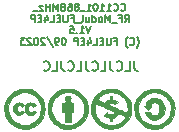
<source format=gbr>
%TF.GenerationSoftware,KiCad,Pcbnew,6.0.11-2627ca5db0~126~ubuntu22.04.1*%
%TF.CreationDate,2023-09-21T13:45:40+02:00*%
%TF.ProjectId,CC1101_868MHz_RF_Modul_FUEL4EP,43433131-3031-45f3-9836-384d487a5f52,1.5*%
%TF.SameCoordinates,Original*%
%TF.FileFunction,Legend,Bot*%
%TF.FilePolarity,Positive*%
%FSLAX46Y46*%
G04 Gerber Fmt 4.6, Leading zero omitted, Abs format (unit mm)*
G04 Created by KiCad (PCBNEW 6.0.11-2627ca5db0~126~ubuntu22.04.1) date 2023-09-21 13:45:40*
%MOMM*%
%LPD*%
G01*
G04 APERTURE LIST*
G04 Aperture macros list*
%AMRoundRect*
0 Rectangle with rounded corners*
0 $1 Rounding radius*
0 $2 $3 $4 $5 $6 $7 $8 $9 X,Y pos of 4 corners*
0 Add a 4 corners polygon primitive as box body*
4,1,4,$2,$3,$4,$5,$6,$7,$8,$9,$2,$3,0*
0 Add four circle primitives for the rounded corners*
1,1,$1+$1,$2,$3*
1,1,$1+$1,$4,$5*
1,1,$1+$1,$6,$7*
1,1,$1+$1,$8,$9*
0 Add four rect primitives between the rounded corners*
20,1,$1+$1,$2,$3,$4,$5,0*
20,1,$1+$1,$4,$5,$6,$7,0*
20,1,$1+$1,$6,$7,$8,$9,0*
20,1,$1+$1,$8,$9,$2,$3,0*%
G04 Aperture macros list end*
%ADD10C,0.150000*%
%ADD11C,0.010000*%
%ADD12RoundRect,0.250000X-0.600000X-0.250000X0.600000X-0.250000X0.600000X0.250000X-0.600000X0.250000X0*%
%ADD13R,1.800000X1.500000*%
%ADD14R,1.700000X1.000000*%
G04 APERTURE END LIST*
D10*
X13195238Y6788095D02*
X13195238Y6216666D01*
X13233333Y6102380D01*
X13309523Y6026190D01*
X13423809Y5988095D01*
X13500000Y5988095D01*
X12433333Y5988095D02*
X12814285Y5988095D01*
X12814285Y6788095D01*
X11709523Y6064285D02*
X11747619Y6026190D01*
X11861904Y5988095D01*
X11938095Y5988095D01*
X12052380Y6026190D01*
X12128571Y6102380D01*
X12166666Y6178571D01*
X12204761Y6330952D01*
X12204761Y6445238D01*
X12166666Y6597619D01*
X12128571Y6673809D01*
X12052380Y6750000D01*
X11938095Y6788095D01*
X11861904Y6788095D01*
X11747619Y6750000D01*
X11709523Y6711904D01*
X11138095Y6788095D02*
X11138095Y6216666D01*
X11176190Y6102380D01*
X11252380Y6026190D01*
X11366666Y5988095D01*
X11442857Y5988095D01*
X10376190Y5988095D02*
X10757142Y5988095D01*
X10757142Y6788095D01*
X9652380Y6064285D02*
X9690476Y6026190D01*
X9804761Y5988095D01*
X9880952Y5988095D01*
X9995238Y6026190D01*
X10071428Y6102380D01*
X10109523Y6178571D01*
X10147619Y6330952D01*
X10147619Y6445238D01*
X10109523Y6597619D01*
X10071428Y6673809D01*
X9995238Y6750000D01*
X9880952Y6788095D01*
X9804761Y6788095D01*
X9690476Y6750000D01*
X9652380Y6711904D01*
X9080952Y6788095D02*
X9080952Y6216666D01*
X9119047Y6102380D01*
X9195238Y6026190D01*
X9309523Y5988095D01*
X9385714Y5988095D01*
X8319047Y5988095D02*
X8700000Y5988095D01*
X8700000Y6788095D01*
X7595238Y6064285D02*
X7633333Y6026190D01*
X7747619Y5988095D01*
X7823809Y5988095D01*
X7938095Y6026190D01*
X8014285Y6102380D01*
X8052380Y6178571D01*
X8090476Y6330952D01*
X8090476Y6445238D01*
X8052380Y6597619D01*
X8014285Y6673809D01*
X7938095Y6750000D01*
X7823809Y6788095D01*
X7747619Y6788095D01*
X7633333Y6750000D01*
X7595238Y6711904D01*
X7023809Y6788095D02*
X7023809Y6216666D01*
X7061904Y6102380D01*
X7138095Y6026190D01*
X7252380Y5988095D01*
X7328571Y5988095D01*
X6261904Y5988095D02*
X6642857Y5988095D01*
X6642857Y6788095D01*
X5538095Y6064285D02*
X5576190Y6026190D01*
X5690476Y5988095D01*
X5766666Y5988095D01*
X5880952Y6026190D01*
X5957142Y6102380D01*
X5995238Y6178571D01*
X6033333Y6330952D01*
X6033333Y6445238D01*
X5995238Y6597619D01*
X5957142Y6673809D01*
X5880952Y6750000D01*
X5766666Y6788095D01*
X5690476Y6788095D01*
X5576190Y6750000D01*
X5538095Y6711904D01*
X12071428Y11134714D02*
X12100000Y11106142D01*
X12185714Y11077571D01*
X12242857Y11077571D01*
X12328571Y11106142D01*
X12385714Y11163285D01*
X12414285Y11220428D01*
X12442857Y11334714D01*
X12442857Y11420428D01*
X12414285Y11534714D01*
X12385714Y11591857D01*
X12328571Y11649000D01*
X12242857Y11677571D01*
X12185714Y11677571D01*
X12100000Y11649000D01*
X12071428Y11620428D01*
X11471428Y11134714D02*
X11500000Y11106142D01*
X11585714Y11077571D01*
X11642857Y11077571D01*
X11728571Y11106142D01*
X11785714Y11163285D01*
X11814285Y11220428D01*
X11842857Y11334714D01*
X11842857Y11420428D01*
X11814285Y11534714D01*
X11785714Y11591857D01*
X11728571Y11649000D01*
X11642857Y11677571D01*
X11585714Y11677571D01*
X11500000Y11649000D01*
X11471428Y11620428D01*
X10900000Y11077571D02*
X11242857Y11077571D01*
X11071428Y11077571D02*
X11071428Y11677571D01*
X11128571Y11591857D01*
X11185714Y11534714D01*
X11242857Y11506142D01*
X10328571Y11077571D02*
X10671428Y11077571D01*
X10500000Y11077571D02*
X10500000Y11677571D01*
X10557142Y11591857D01*
X10614285Y11534714D01*
X10671428Y11506142D01*
X9957142Y11677571D02*
X9900000Y11677571D01*
X9842857Y11649000D01*
X9814285Y11620428D01*
X9785714Y11563285D01*
X9757142Y11449000D01*
X9757142Y11306142D01*
X9785714Y11191857D01*
X9814285Y11134714D01*
X9842857Y11106142D01*
X9900000Y11077571D01*
X9957142Y11077571D01*
X10014285Y11106142D01*
X10042857Y11134714D01*
X10071428Y11191857D01*
X10100000Y11306142D01*
X10100000Y11449000D01*
X10071428Y11563285D01*
X10042857Y11620428D01*
X10014285Y11649000D01*
X9957142Y11677571D01*
X9185714Y11077571D02*
X9528571Y11077571D01*
X9357142Y11077571D02*
X9357142Y11677571D01*
X9414285Y11591857D01*
X9471428Y11534714D01*
X9528571Y11506142D01*
X9071428Y11020428D02*
X8614285Y11020428D01*
X8385714Y11420428D02*
X8442857Y11449000D01*
X8471428Y11477571D01*
X8500000Y11534714D01*
X8500000Y11563285D01*
X8471428Y11620428D01*
X8442857Y11649000D01*
X8385714Y11677571D01*
X8271428Y11677571D01*
X8214285Y11649000D01*
X8185714Y11620428D01*
X8157142Y11563285D01*
X8157142Y11534714D01*
X8185714Y11477571D01*
X8214285Y11449000D01*
X8271428Y11420428D01*
X8385714Y11420428D01*
X8442857Y11391857D01*
X8471428Y11363285D01*
X8500000Y11306142D01*
X8500000Y11191857D01*
X8471428Y11134714D01*
X8442857Y11106142D01*
X8385714Y11077571D01*
X8271428Y11077571D01*
X8214285Y11106142D01*
X8185714Y11134714D01*
X8157142Y11191857D01*
X8157142Y11306142D01*
X8185714Y11363285D01*
X8214285Y11391857D01*
X8271428Y11420428D01*
X7642857Y11677571D02*
X7757142Y11677571D01*
X7814285Y11649000D01*
X7842857Y11620428D01*
X7900000Y11534714D01*
X7928571Y11420428D01*
X7928571Y11191857D01*
X7900000Y11134714D01*
X7871428Y11106142D01*
X7814285Y11077571D01*
X7700000Y11077571D01*
X7642857Y11106142D01*
X7614285Y11134714D01*
X7585714Y11191857D01*
X7585714Y11334714D01*
X7614285Y11391857D01*
X7642857Y11420428D01*
X7700000Y11449000D01*
X7814285Y11449000D01*
X7871428Y11420428D01*
X7900000Y11391857D01*
X7928571Y11334714D01*
X7242857Y11420428D02*
X7300000Y11449000D01*
X7328571Y11477571D01*
X7357142Y11534714D01*
X7357142Y11563285D01*
X7328571Y11620428D01*
X7300000Y11649000D01*
X7242857Y11677571D01*
X7128571Y11677571D01*
X7071428Y11649000D01*
X7042857Y11620428D01*
X7014285Y11563285D01*
X7014285Y11534714D01*
X7042857Y11477571D01*
X7071428Y11449000D01*
X7128571Y11420428D01*
X7242857Y11420428D01*
X7300000Y11391857D01*
X7328571Y11363285D01*
X7357142Y11306142D01*
X7357142Y11191857D01*
X7328571Y11134714D01*
X7300000Y11106142D01*
X7242857Y11077571D01*
X7128571Y11077571D01*
X7071428Y11106142D01*
X7042857Y11134714D01*
X7014285Y11191857D01*
X7014285Y11306142D01*
X7042857Y11363285D01*
X7071428Y11391857D01*
X7128571Y11420428D01*
X6757142Y11077571D02*
X6757142Y11677571D01*
X6557142Y11249000D01*
X6357142Y11677571D01*
X6357142Y11077571D01*
X6071428Y11077571D02*
X6071428Y11677571D01*
X6071428Y11391857D02*
X5728571Y11391857D01*
X5728571Y11077571D02*
X5728571Y11677571D01*
X5500000Y11477571D02*
X5185714Y11477571D01*
X5500000Y11077571D01*
X5185714Y11077571D01*
X5100000Y11020428D02*
X4642857Y11020428D01*
X12385714Y10111571D02*
X12585714Y10397285D01*
X12728571Y10111571D02*
X12728571Y10711571D01*
X12500000Y10711571D01*
X12442857Y10683000D01*
X12414285Y10654428D01*
X12385714Y10597285D01*
X12385714Y10511571D01*
X12414285Y10454428D01*
X12442857Y10425857D01*
X12500000Y10397285D01*
X12728571Y10397285D01*
X11928571Y10425857D02*
X12128571Y10425857D01*
X12128571Y10111571D02*
X12128571Y10711571D01*
X11842857Y10711571D01*
X11757142Y10054428D02*
X11300000Y10054428D01*
X11157142Y10111571D02*
X11157142Y10711571D01*
X10957142Y10283000D01*
X10757142Y10711571D01*
X10757142Y10111571D01*
X10385714Y10111571D02*
X10442857Y10140142D01*
X10471428Y10168714D01*
X10500000Y10225857D01*
X10500000Y10397285D01*
X10471428Y10454428D01*
X10442857Y10483000D01*
X10385714Y10511571D01*
X10300000Y10511571D01*
X10242857Y10483000D01*
X10214285Y10454428D01*
X10185714Y10397285D01*
X10185714Y10225857D01*
X10214285Y10168714D01*
X10242857Y10140142D01*
X10300000Y10111571D01*
X10385714Y10111571D01*
X9671428Y10111571D02*
X9671428Y10711571D01*
X9671428Y10140142D02*
X9728571Y10111571D01*
X9842857Y10111571D01*
X9900000Y10140142D01*
X9928571Y10168714D01*
X9957142Y10225857D01*
X9957142Y10397285D01*
X9928571Y10454428D01*
X9900000Y10483000D01*
X9842857Y10511571D01*
X9728571Y10511571D01*
X9671428Y10483000D01*
X9128571Y10511571D02*
X9128571Y10111571D01*
X9385714Y10511571D02*
X9385714Y10197285D01*
X9357142Y10140142D01*
X9300000Y10111571D01*
X9214285Y10111571D01*
X9157142Y10140142D01*
X9128571Y10168714D01*
X8757142Y10111571D02*
X8814285Y10140142D01*
X8842857Y10197285D01*
X8842857Y10711571D01*
X8671428Y10054428D02*
X8214285Y10054428D01*
X7871428Y10425857D02*
X8071428Y10425857D01*
X8071428Y10111571D02*
X8071428Y10711571D01*
X7785714Y10711571D01*
X7557142Y10711571D02*
X7557142Y10225857D01*
X7528571Y10168714D01*
X7500000Y10140142D01*
X7442857Y10111571D01*
X7328571Y10111571D01*
X7271428Y10140142D01*
X7242857Y10168714D01*
X7214285Y10225857D01*
X7214285Y10711571D01*
X6928571Y10425857D02*
X6728571Y10425857D01*
X6642857Y10111571D02*
X6928571Y10111571D01*
X6928571Y10711571D01*
X6642857Y10711571D01*
X6100000Y10111571D02*
X6385714Y10111571D01*
X6385714Y10711571D01*
X5642857Y10511571D02*
X5642857Y10111571D01*
X5785714Y10740142D02*
X5928571Y10311571D01*
X5557142Y10311571D01*
X5328571Y10425857D02*
X5128571Y10425857D01*
X5042857Y10111571D02*
X5328571Y10111571D01*
X5328571Y10711571D01*
X5042857Y10711571D01*
X4785714Y10111571D02*
X4785714Y10711571D01*
X4557142Y10711571D01*
X4500000Y10683000D01*
X4471428Y10654428D01*
X4442857Y10597285D01*
X4442857Y10511571D01*
X4471428Y10454428D01*
X4500000Y10425857D01*
X4557142Y10397285D01*
X4785714Y10397285D01*
X9514285Y9745571D02*
X9314285Y9145571D01*
X9114285Y9745571D01*
X8600000Y9145571D02*
X8942857Y9145571D01*
X8771428Y9145571D02*
X8771428Y9745571D01*
X8828571Y9659857D01*
X8885714Y9602714D01*
X8942857Y9574142D01*
X8342857Y9202714D02*
X8314285Y9174142D01*
X8342857Y9145571D01*
X8371428Y9174142D01*
X8342857Y9202714D01*
X8342857Y9145571D01*
X7771428Y9745571D02*
X8057142Y9745571D01*
X8085714Y9459857D01*
X8057142Y9488428D01*
X8000000Y9517000D01*
X7857142Y9517000D01*
X7800000Y9488428D01*
X7771428Y9459857D01*
X7742857Y9402714D01*
X7742857Y9259857D01*
X7771428Y9202714D01*
X7800000Y9174142D01*
X7857142Y9145571D01*
X8000000Y9145571D01*
X8057142Y9174142D01*
X8085714Y9202714D01*
X13414285Y7951000D02*
X13442857Y7979571D01*
X13500000Y8065285D01*
X13528571Y8122428D01*
X13557142Y8208142D01*
X13585714Y8351000D01*
X13585714Y8465285D01*
X13557142Y8608142D01*
X13528571Y8693857D01*
X13500000Y8751000D01*
X13442857Y8836714D01*
X13414285Y8865285D01*
X12842857Y8236714D02*
X12871428Y8208142D01*
X12957142Y8179571D01*
X13014285Y8179571D01*
X13100000Y8208142D01*
X13157142Y8265285D01*
X13185714Y8322428D01*
X13214285Y8436714D01*
X13214285Y8522428D01*
X13185714Y8636714D01*
X13157142Y8693857D01*
X13100000Y8751000D01*
X13014285Y8779571D01*
X12957142Y8779571D01*
X12871428Y8751000D01*
X12842857Y8722428D01*
X12642857Y7951000D02*
X12614285Y7979571D01*
X12557142Y8065285D01*
X12528571Y8122428D01*
X12500000Y8208142D01*
X12471428Y8351000D01*
X12471428Y8465285D01*
X12500000Y8608142D01*
X12528571Y8693857D01*
X12557142Y8751000D01*
X12614285Y8836714D01*
X12642857Y8865285D01*
X11528571Y8493857D02*
X11728571Y8493857D01*
X11728571Y8179571D02*
X11728571Y8779571D01*
X11442857Y8779571D01*
X11214285Y8779571D02*
X11214285Y8293857D01*
X11185714Y8236714D01*
X11157142Y8208142D01*
X11100000Y8179571D01*
X10985714Y8179571D01*
X10928571Y8208142D01*
X10900000Y8236714D01*
X10871428Y8293857D01*
X10871428Y8779571D01*
X10585714Y8493857D02*
X10385714Y8493857D01*
X10300000Y8179571D02*
X10585714Y8179571D01*
X10585714Y8779571D01*
X10300000Y8779571D01*
X9757142Y8179571D02*
X10042857Y8179571D01*
X10042857Y8779571D01*
X9300000Y8579571D02*
X9300000Y8179571D01*
X9442857Y8808142D02*
X9585714Y8379571D01*
X9214285Y8379571D01*
X8985714Y8493857D02*
X8785714Y8493857D01*
X8700000Y8179571D02*
X8985714Y8179571D01*
X8985714Y8779571D01*
X8700000Y8779571D01*
X8442857Y8179571D02*
X8442857Y8779571D01*
X8214285Y8779571D01*
X8157142Y8751000D01*
X8128571Y8722428D01*
X8100000Y8665285D01*
X8100000Y8579571D01*
X8128571Y8522428D01*
X8157142Y8493857D01*
X8214285Y8465285D01*
X8442857Y8465285D01*
X7271428Y8779571D02*
X7214285Y8779571D01*
X7157142Y8751000D01*
X7128571Y8722428D01*
X7100000Y8665285D01*
X7071428Y8551000D01*
X7071428Y8408142D01*
X7100000Y8293857D01*
X7128571Y8236714D01*
X7157142Y8208142D01*
X7214285Y8179571D01*
X7271428Y8179571D01*
X7328571Y8208142D01*
X7357142Y8236714D01*
X7385714Y8293857D01*
X7414285Y8408142D01*
X7414285Y8551000D01*
X7385714Y8665285D01*
X7357142Y8722428D01*
X7328571Y8751000D01*
X7271428Y8779571D01*
X6785714Y8179571D02*
X6671428Y8179571D01*
X6614285Y8208142D01*
X6585714Y8236714D01*
X6528571Y8322428D01*
X6500000Y8436714D01*
X6500000Y8665285D01*
X6528571Y8722428D01*
X6557142Y8751000D01*
X6614285Y8779571D01*
X6728571Y8779571D01*
X6785714Y8751000D01*
X6814285Y8722428D01*
X6842857Y8665285D01*
X6842857Y8522428D01*
X6814285Y8465285D01*
X6785714Y8436714D01*
X6728571Y8408142D01*
X6614285Y8408142D01*
X6557142Y8436714D01*
X6528571Y8465285D01*
X6500000Y8522428D01*
X5814285Y8808142D02*
X6328571Y8036714D01*
X5642857Y8722428D02*
X5614285Y8751000D01*
X5557142Y8779571D01*
X5414285Y8779571D01*
X5357142Y8751000D01*
X5328571Y8722428D01*
X5300000Y8665285D01*
X5300000Y8608142D01*
X5328571Y8522428D01*
X5671428Y8179571D01*
X5300000Y8179571D01*
X4928571Y8779571D02*
X4871428Y8779571D01*
X4814285Y8751000D01*
X4785714Y8722428D01*
X4757142Y8665285D01*
X4728571Y8551000D01*
X4728571Y8408142D01*
X4757142Y8293857D01*
X4785714Y8236714D01*
X4814285Y8208142D01*
X4871428Y8179571D01*
X4928571Y8179571D01*
X4985714Y8208142D01*
X5014285Y8236714D01*
X5042857Y8293857D01*
X5071428Y8408142D01*
X5071428Y8551000D01*
X5042857Y8665285D01*
X5014285Y8722428D01*
X4985714Y8751000D01*
X4928571Y8779571D01*
X4500000Y8722428D02*
X4471428Y8751000D01*
X4414285Y8779571D01*
X4271428Y8779571D01*
X4214285Y8751000D01*
X4185714Y8722428D01*
X4157142Y8665285D01*
X4157142Y8608142D01*
X4185714Y8522428D01*
X4528571Y8179571D01*
X4157142Y8179571D01*
X3957142Y8779571D02*
X3585714Y8779571D01*
X3785714Y8551000D01*
X3700000Y8551000D01*
X3642857Y8522428D01*
X3614285Y8493857D01*
X3585714Y8436714D01*
X3585714Y8293857D01*
X3614285Y8236714D01*
X3642857Y8208142D01*
X3700000Y8179571D01*
X3871428Y8179571D01*
X3928571Y8208142D01*
X3957142Y8236714D01*
%TO.C,LOGO1*%
G36*
X15029663Y3663092D02*
G01*
X15154036Y3643657D01*
X15206844Y3629608D01*
X15356363Y3564394D01*
X15487457Y3469837D01*
X15597517Y3349252D01*
X15683937Y3205952D01*
X15744109Y3043251D01*
X15769997Y2913868D01*
X15780633Y2719343D01*
X15759671Y2536444D01*
X15707830Y2368125D01*
X15625827Y2217342D01*
X15588782Y2167576D01*
X15465105Y2041853D01*
X15321981Y1945560D01*
X15162940Y1880039D01*
X14991512Y1846635D01*
X14811228Y1846693D01*
X14761715Y1852588D01*
X14608463Y1892246D01*
X14470160Y1962836D01*
X14350761Y2060706D01*
X14254223Y2182208D01*
X14184504Y2323692D01*
X14159080Y2408464D01*
X14136558Y2503714D01*
X14564406Y2503714D01*
X14584431Y2424190D01*
X14619372Y2347830D01*
X14678267Y2279382D01*
X14749973Y2230450D01*
X14782225Y2218227D01*
X14827607Y2210676D01*
X14892601Y2205768D01*
X14942430Y2204663D01*
X15051061Y2219055D01*
X15141656Y2263015D01*
X15217732Y2338712D01*
X15256714Y2398228D01*
X15304243Y2508121D01*
X15332892Y2632595D01*
X15343233Y2764090D01*
X15335837Y2895048D01*
X15311276Y3017909D01*
X15270121Y3125115D01*
X15212946Y3209105D01*
X15193987Y3227571D01*
X15104483Y3283204D01*
X14998325Y3312149D01*
X14884370Y3313526D01*
X14771472Y3286452D01*
X14739462Y3272806D01*
X14678718Y3229252D01*
X14625647Y3165815D01*
X14590726Y3096371D01*
X14583680Y3066521D01*
X14586127Y3032198D01*
X14612096Y3015725D01*
X14628231Y3012092D01*
X14647984Y3007251D01*
X14656418Y2998984D01*
X14650666Y2982932D01*
X14627859Y2954738D01*
X14585131Y2910041D01*
X14519614Y2844484D01*
X14514838Y2839735D01*
X14351000Y2676828D01*
X14187120Y2839735D01*
X14023239Y3002643D01*
X14082798Y3011714D01*
X14121150Y3021831D01*
X14144464Y3044297D01*
X14162522Y3089733D01*
X14166339Y3102429D01*
X14229988Y3269308D01*
X14314613Y3406870D01*
X14420946Y3515910D01*
X14549719Y3597223D01*
X14661314Y3640445D01*
X14769321Y3661763D01*
X14896764Y3669219D01*
X15029663Y3663092D01*
G37*
D11*
X15029663Y3663092D02*
X15154036Y3643657D01*
X15206844Y3629608D01*
X15356363Y3564394D01*
X15487457Y3469837D01*
X15597517Y3349252D01*
X15683937Y3205952D01*
X15744109Y3043251D01*
X15769997Y2913868D01*
X15780633Y2719343D01*
X15759671Y2536444D01*
X15707830Y2368125D01*
X15625827Y2217342D01*
X15588782Y2167576D01*
X15465105Y2041853D01*
X15321981Y1945560D01*
X15162940Y1880039D01*
X14991512Y1846635D01*
X14811228Y1846693D01*
X14761715Y1852588D01*
X14608463Y1892246D01*
X14470160Y1962836D01*
X14350761Y2060706D01*
X14254223Y2182208D01*
X14184504Y2323692D01*
X14159080Y2408464D01*
X14136558Y2503714D01*
X14564406Y2503714D01*
X14584431Y2424190D01*
X14619372Y2347830D01*
X14678267Y2279382D01*
X14749973Y2230450D01*
X14782225Y2218227D01*
X14827607Y2210676D01*
X14892601Y2205768D01*
X14942430Y2204663D01*
X15051061Y2219055D01*
X15141656Y2263015D01*
X15217732Y2338712D01*
X15256714Y2398228D01*
X15304243Y2508121D01*
X15332892Y2632595D01*
X15343233Y2764090D01*
X15335837Y2895048D01*
X15311276Y3017909D01*
X15270121Y3125115D01*
X15212946Y3209105D01*
X15193987Y3227571D01*
X15104483Y3283204D01*
X14998325Y3312149D01*
X14884370Y3313526D01*
X14771472Y3286452D01*
X14739462Y3272806D01*
X14678718Y3229252D01*
X14625647Y3165815D01*
X14590726Y3096371D01*
X14583680Y3066521D01*
X14586127Y3032198D01*
X14612096Y3015725D01*
X14628231Y3012092D01*
X14647984Y3007251D01*
X14656418Y2998984D01*
X14650666Y2982932D01*
X14627859Y2954738D01*
X14585131Y2910041D01*
X14519614Y2844484D01*
X14514838Y2839735D01*
X14351000Y2676828D01*
X14187120Y2839735D01*
X14023239Y3002643D01*
X14082798Y3011714D01*
X14121150Y3021831D01*
X14144464Y3044297D01*
X14162522Y3089733D01*
X14166339Y3102429D01*
X14229988Y3269308D01*
X14314613Y3406870D01*
X14420946Y3515910D01*
X14549719Y3597223D01*
X14661314Y3640445D01*
X14769321Y3661763D01*
X14896764Y3669219D01*
X15029663Y3663092D01*
G36*
X4472862Y3299796D02*
G01*
X4579450Y3285246D01*
X4671076Y3257993D01*
X4704331Y3241651D01*
X4758885Y3203823D01*
X4809012Y3159166D01*
X4847919Y3115093D01*
X4868816Y3079019D01*
X4868835Y3062063D01*
X4848869Y3046659D01*
X4805999Y3021330D01*
X4756642Y2995230D01*
X4653643Y2943271D01*
X4620224Y2987653D01*
X4580186Y3026366D01*
X4528664Y3059727D01*
X4525603Y3061221D01*
X4450501Y3078630D01*
X4374906Y3065287D01*
X4310134Y3024532D01*
X4281735Y2989244D01*
X4245796Y2901439D01*
X4232409Y2801448D01*
X4240706Y2700068D01*
X4269818Y2608098D01*
X4318075Y2537133D01*
X4356600Y2505031D01*
X4398032Y2489719D01*
X4458267Y2485587D01*
X4464140Y2485571D01*
X4523973Y2488436D01*
X4564487Y2501752D01*
X4602494Y2532600D01*
X4620934Y2551618D01*
X4683224Y2617665D01*
X4773946Y2575174D01*
X4825810Y2549104D01*
X4862732Y2527235D01*
X4873817Y2517876D01*
X4870219Y2492211D01*
X4843568Y2452745D01*
X4800547Y2406472D01*
X4747839Y2360384D01*
X4692128Y2321476D01*
X4678874Y2313886D01*
X4573954Y2273822D01*
X4453212Y2254762D01*
X4331270Y2257967D01*
X4245428Y2276507D01*
X4135460Y2330716D01*
X4044355Y2415070D01*
X3979622Y2516751D01*
X3953730Y2575083D01*
X3938455Y2628024D01*
X3931166Y2689197D01*
X3929228Y2772224D01*
X3929224Y2777466D01*
X3930745Y2860199D01*
X3937148Y2920179D01*
X3951194Y2970873D01*
X3975646Y3025753D01*
X3983193Y3040699D01*
X4053604Y3144781D01*
X4144132Y3226217D01*
X4247677Y3278924D01*
X4268870Y3285360D01*
X4364830Y3300286D01*
X4472862Y3299796D01*
G37*
X4472862Y3299796D02*
X4579450Y3285246D01*
X4671076Y3257993D01*
X4704331Y3241651D01*
X4758885Y3203823D01*
X4809012Y3159166D01*
X4847919Y3115093D01*
X4868816Y3079019D01*
X4868835Y3062063D01*
X4848869Y3046659D01*
X4805999Y3021330D01*
X4756642Y2995230D01*
X4653643Y2943271D01*
X4620224Y2987653D01*
X4580186Y3026366D01*
X4528664Y3059727D01*
X4525603Y3061221D01*
X4450501Y3078630D01*
X4374906Y3065287D01*
X4310134Y3024532D01*
X4281735Y2989244D01*
X4245796Y2901439D01*
X4232409Y2801448D01*
X4240706Y2700068D01*
X4269818Y2608098D01*
X4318075Y2537133D01*
X4356600Y2505031D01*
X4398032Y2489719D01*
X4458267Y2485587D01*
X4464140Y2485571D01*
X4523973Y2488436D01*
X4564487Y2501752D01*
X4602494Y2532600D01*
X4620934Y2551618D01*
X4683224Y2617665D01*
X4773946Y2575174D01*
X4825810Y2549104D01*
X4862732Y2527235D01*
X4873817Y2517876D01*
X4870219Y2492211D01*
X4843568Y2452745D01*
X4800547Y2406472D01*
X4747839Y2360384D01*
X4692128Y2321476D01*
X4678874Y2313886D01*
X4573954Y2273822D01*
X4453212Y2254762D01*
X4331270Y2257967D01*
X4245428Y2276507D01*
X4135460Y2330716D01*
X4044355Y2415070D01*
X3979622Y2516751D01*
X3953730Y2575083D01*
X3938455Y2628024D01*
X3931166Y2689197D01*
X3929228Y2772224D01*
X3929224Y2777466D01*
X3930745Y2860199D01*
X3937148Y2920179D01*
X3951194Y2970873D01*
X3975646Y3025753D01*
X3983193Y3040699D01*
X4053604Y3144781D01*
X4144132Y3226217D01*
X4247677Y3278924D01*
X4268870Y3285360D01*
X4364830Y3300286D01*
X4472862Y3299796D01*
G36*
X2247524Y3158741D02*
G01*
X2317141Y3384721D01*
X2327648Y3410857D01*
X2437284Y3631412D01*
X2575148Y3833041D01*
X2738087Y4012727D01*
X2922946Y4167451D01*
X3126573Y4294196D01*
X3345813Y4389945D01*
X3353695Y4392686D01*
X3547384Y4443898D01*
X3758157Y4472229D01*
X3975387Y4477539D01*
X4188452Y4459688D01*
X4386725Y4418538D01*
X4425947Y4406777D01*
X4649600Y4317512D01*
X4858349Y4198256D01*
X5048466Y4052324D01*
X5216224Y3883031D01*
X5357896Y3693692D01*
X5469755Y3487624D01*
X5476569Y3472206D01*
X5553890Y3252242D01*
X5600461Y3022325D01*
X5616699Y2787644D01*
X5603018Y2553389D01*
X5559832Y2324749D01*
X5487558Y2106914D01*
X5386610Y1905073D01*
X5346158Y1841500D01*
X5198482Y1653501D01*
X5026962Y1488952D01*
X4835515Y1349484D01*
X4628059Y1236727D01*
X4408508Y1152313D01*
X4180781Y1097872D01*
X3948793Y1075037D01*
X3716461Y1085437D01*
X3583214Y1107316D01*
X3336817Y1176686D01*
X3109250Y1277029D01*
X2901147Y1407929D01*
X2713147Y1568970D01*
X2545887Y1759736D01*
X2510217Y1808053D01*
X2388062Y2009493D01*
X2296556Y2226552D01*
X2236224Y2454617D01*
X2207591Y2689077D01*
X2209359Y2805407D01*
X2515428Y2805407D01*
X2527262Y2597462D01*
X2571908Y2392201D01*
X2649584Y2192871D01*
X2760504Y2002720D01*
X2818075Y1925090D01*
X2964697Y1768391D01*
X3136365Y1633558D01*
X3326330Y1524972D01*
X3527840Y1447019D01*
X3574143Y1434133D01*
X3718770Y1408028D01*
X3881004Y1397299D01*
X4046053Y1401936D01*
X4199124Y1421927D01*
X4255419Y1434671D01*
X4408551Y1486542D01*
X4567941Y1561164D01*
X4719515Y1651235D01*
X4829193Y1732403D01*
X4982816Y1882736D01*
X5108176Y2053302D01*
X5204275Y2240389D01*
X5270110Y2440284D01*
X5304683Y2649274D01*
X5306992Y2863647D01*
X5276039Y3079689D01*
X5233254Y3232252D01*
X5160027Y3406176D01*
X5061761Y3566571D01*
X4933733Y3720713D01*
X4881849Y3773714D01*
X4713604Y3917003D01*
X4532645Y4027195D01*
X4336463Y4105404D01*
X4122551Y4152743D01*
X3997553Y4165946D01*
X3774060Y4163882D01*
X3558847Y4127056D01*
X3354546Y4056450D01*
X3163792Y3953049D01*
X2989218Y3817834D01*
X2940894Y3771712D01*
X2791903Y3599066D01*
X2674645Y3412865D01*
X2589336Y3216356D01*
X2536191Y3012788D01*
X2515428Y2805407D01*
X2209359Y2805407D01*
X2211183Y2925323D01*
X2247524Y3158741D01*
G37*
X2247524Y3158741D02*
X2317141Y3384721D01*
X2327648Y3410857D01*
X2437284Y3631412D01*
X2575148Y3833041D01*
X2738087Y4012727D01*
X2922946Y4167451D01*
X3126573Y4294196D01*
X3345813Y4389945D01*
X3353695Y4392686D01*
X3547384Y4443898D01*
X3758157Y4472229D01*
X3975387Y4477539D01*
X4188452Y4459688D01*
X4386725Y4418538D01*
X4425947Y4406777D01*
X4649600Y4317512D01*
X4858349Y4198256D01*
X5048466Y4052324D01*
X5216224Y3883031D01*
X5357896Y3693692D01*
X5469755Y3487624D01*
X5476569Y3472206D01*
X5553890Y3252242D01*
X5600461Y3022325D01*
X5616699Y2787644D01*
X5603018Y2553389D01*
X5559832Y2324749D01*
X5487558Y2106914D01*
X5386610Y1905073D01*
X5346158Y1841500D01*
X5198482Y1653501D01*
X5026962Y1488952D01*
X4835515Y1349484D01*
X4628059Y1236727D01*
X4408508Y1152313D01*
X4180781Y1097872D01*
X3948793Y1075037D01*
X3716461Y1085437D01*
X3583214Y1107316D01*
X3336817Y1176686D01*
X3109250Y1277029D01*
X2901147Y1407929D01*
X2713147Y1568970D01*
X2545887Y1759736D01*
X2510217Y1808053D01*
X2388062Y2009493D01*
X2296556Y2226552D01*
X2236224Y2454617D01*
X2207591Y2689077D01*
X2209359Y2805407D01*
X2515428Y2805407D01*
X2527262Y2597462D01*
X2571908Y2392201D01*
X2649584Y2192871D01*
X2760504Y2002720D01*
X2818075Y1925090D01*
X2964697Y1768391D01*
X3136365Y1633558D01*
X3326330Y1524972D01*
X3527840Y1447019D01*
X3574143Y1434133D01*
X3718770Y1408028D01*
X3881004Y1397299D01*
X4046053Y1401936D01*
X4199124Y1421927D01*
X4255419Y1434671D01*
X4408551Y1486542D01*
X4567941Y1561164D01*
X4719515Y1651235D01*
X4829193Y1732403D01*
X4982816Y1882736D01*
X5108176Y2053302D01*
X5204275Y2240389D01*
X5270110Y2440284D01*
X5304683Y2649274D01*
X5306992Y2863647D01*
X5276039Y3079689D01*
X5233254Y3232252D01*
X5160027Y3406176D01*
X5061761Y3566571D01*
X4933733Y3720713D01*
X4881849Y3773714D01*
X4713604Y3917003D01*
X4532645Y4027195D01*
X4336463Y4105404D01*
X4122551Y4152743D01*
X3997553Y4165946D01*
X3774060Y4163882D01*
X3558847Y4127056D01*
X3354546Y4056450D01*
X3163792Y3953049D01*
X2989218Y3817834D01*
X2940894Y3771712D01*
X2791903Y3599066D01*
X2674645Y3412865D01*
X2589336Y3216356D01*
X2536191Y3012788D01*
X2515428Y2805407D01*
X2209359Y2805407D01*
X2211183Y2925323D01*
X2247524Y3158741D01*
G36*
X3554047Y3294439D02*
G01*
X3640554Y3276839D01*
X3648969Y3274035D01*
X3697465Y3249967D01*
X3753169Y3212203D01*
X3807592Y3167943D01*
X3852249Y3124390D01*
X3878652Y3088746D01*
X3882356Y3075973D01*
X3867480Y3058326D01*
X3828699Y3030276D01*
X3774748Y2998088D01*
X3667355Y2939104D01*
X3628909Y2993097D01*
X3569165Y3048083D01*
X3494000Y3074239D01*
X3413219Y3068820D01*
X3388717Y3060361D01*
X3325912Y3022314D01*
X3284199Y2966277D01*
X3259940Y2885943D01*
X3252280Y2823835D01*
X3252892Y2707833D01*
X3276393Y2616918D01*
X3323999Y2547074D01*
X3340889Y2531522D01*
X3406378Y2495892D01*
X3481087Y2484639D01*
X3554416Y2496462D01*
X3615766Y2530058D01*
X3647787Y2569218D01*
X3669276Y2599328D01*
X3696113Y2609635D01*
X3735882Y2599758D01*
X3796167Y2569314D01*
X3810896Y2560985D01*
X3901220Y2509398D01*
X3826186Y2424155D01*
X3739029Y2341157D01*
X3646586Y2288772D01*
X3538438Y2262043D01*
X3474357Y2256712D01*
X3401195Y2255966D01*
X3334956Y2259335D01*
X3292928Y2265501D01*
X3179771Y2312982D01*
X3081817Y2389314D01*
X3006283Y2487954D01*
X2975312Y2553548D01*
X2945620Y2676074D01*
X2939947Y2810497D01*
X2958252Y2941547D01*
X2976445Y3001195D01*
X3024103Y3090042D01*
X3094069Y3172680D01*
X3176395Y3239362D01*
X3261133Y3280341D01*
X3261436Y3280432D01*
X3348149Y3296506D01*
X3451132Y3301085D01*
X3554047Y3294439D01*
G37*
X3554047Y3294439D02*
X3640554Y3276839D01*
X3648969Y3274035D01*
X3697465Y3249967D01*
X3753169Y3212203D01*
X3807592Y3167943D01*
X3852249Y3124390D01*
X3878652Y3088746D01*
X3882356Y3075973D01*
X3867480Y3058326D01*
X3828699Y3030276D01*
X3774748Y2998088D01*
X3667355Y2939104D01*
X3628909Y2993097D01*
X3569165Y3048083D01*
X3494000Y3074239D01*
X3413219Y3068820D01*
X3388717Y3060361D01*
X3325912Y3022314D01*
X3284199Y2966277D01*
X3259940Y2885943D01*
X3252280Y2823835D01*
X3252892Y2707833D01*
X3276393Y2616918D01*
X3323999Y2547074D01*
X3340889Y2531522D01*
X3406378Y2495892D01*
X3481087Y2484639D01*
X3554416Y2496462D01*
X3615766Y2530058D01*
X3647787Y2569218D01*
X3669276Y2599328D01*
X3696113Y2609635D01*
X3735882Y2599758D01*
X3796167Y2569314D01*
X3810896Y2560985D01*
X3901220Y2509398D01*
X3826186Y2424155D01*
X3739029Y2341157D01*
X3646586Y2288772D01*
X3538438Y2262043D01*
X3474357Y2256712D01*
X3401195Y2255966D01*
X3334956Y2259335D01*
X3292928Y2265501D01*
X3179771Y2312982D01*
X3081817Y2389314D01*
X3006283Y2487954D01*
X2975312Y2553548D01*
X2945620Y2676074D01*
X2939947Y2810497D01*
X2958252Y2941547D01*
X2976445Y3001195D01*
X3024103Y3090042D01*
X3094069Y3172680D01*
X3176395Y3239362D01*
X3261133Y3280341D01*
X3261436Y3280432D01*
X3348149Y3296506D01*
X3451132Y3301085D01*
X3554047Y3294439D01*
G36*
X5888964Y3039120D02*
G01*
X5904011Y3139158D01*
X5970124Y3365279D01*
X6068819Y3580611D01*
X6197072Y3781354D01*
X6351858Y3963705D01*
X6530153Y4123863D01*
X6728931Y4258024D01*
X6841022Y4317035D01*
X7058621Y4401745D01*
X7288258Y4455415D01*
X7524486Y4478202D01*
X7761857Y4470260D01*
X7994921Y4431746D01*
X8218231Y4362814D01*
X8411167Y4272224D01*
X8618262Y4136441D01*
X8801630Y3975093D01*
X8959030Y3791087D01*
X9088226Y3587329D01*
X9186976Y3366727D01*
X9238088Y3198610D01*
X9263319Y3058319D01*
X9277147Y2896480D01*
X9279565Y2725790D01*
X9270568Y2558943D01*
X9250151Y2408638D01*
X9238485Y2354775D01*
X9167129Y2131480D01*
X9067260Y1927700D01*
X8936477Y1739295D01*
X8787220Y1576400D01*
X8591796Y1409694D01*
X8382216Y1276074D01*
X8156543Y1174458D01*
X7960278Y1114783D01*
X7859423Y1096798D01*
X7735220Y1084765D01*
X7600166Y1079003D01*
X7466759Y1079830D01*
X7347495Y1087564D01*
X7278315Y1097412D01*
X7046869Y1156672D01*
X6835246Y1242934D01*
X6638791Y1358751D01*
X6452853Y1506679D01*
X6347956Y1608236D01*
X6189714Y1792494D01*
X6065130Y1985078D01*
X5971803Y2190259D01*
X5915269Y2377711D01*
X5896083Y2487273D01*
X5883683Y2620119D01*
X5878246Y2764325D01*
X5878329Y2771393D01*
X6186833Y2771393D01*
X6193785Y2615345D01*
X6214872Y2474571D01*
X6220759Y2449587D01*
X6290796Y2245107D01*
X6393177Y2052270D01*
X6524546Y1876233D01*
X6681544Y1722154D01*
X6708754Y1699934D01*
X6820294Y1616202D01*
X6921413Y1552836D01*
X7025187Y1502558D01*
X7141068Y1459301D01*
X7345010Y1409027D01*
X7559315Y1389880D01*
X7775231Y1402145D01*
X7937357Y1433249D01*
X8126539Y1499204D01*
X8308961Y1596344D01*
X8478741Y1719829D01*
X8629997Y1864816D01*
X8756847Y2026464D01*
X8844063Y2179597D01*
X8897638Y2304046D01*
X8934418Y2419441D01*
X8956965Y2537930D01*
X8967841Y2671658D01*
X8969875Y2775857D01*
X8966507Y2920899D01*
X8953754Y3042906D01*
X8928699Y3154547D01*
X8888428Y3268491D01*
X8830025Y3397408D01*
X8824040Y3409647D01*
X8783667Y3487833D01*
X8744559Y3552067D01*
X8699552Y3611893D01*
X8641483Y3676857D01*
X8565346Y3754361D01*
X8471358Y3844032D01*
X8390310Y3912049D01*
X8313057Y3965551D01*
X8245750Y4003794D01*
X8037782Y4092860D01*
X7821369Y4148014D01*
X7600566Y4168956D01*
X7379423Y4155389D01*
X7161993Y4107013D01*
X7104655Y4088018D01*
X6921441Y4004550D01*
X6748247Y3890050D01*
X6589817Y3749386D01*
X6450898Y3587426D01*
X6336236Y3409039D01*
X6250576Y3219093D01*
X6246585Y3207789D01*
X6213653Y3079953D01*
X6193596Y2930375D01*
X6186833Y2771393D01*
X5878329Y2771393D01*
X5879948Y2907967D01*
X5888964Y3039120D01*
G37*
X5888964Y3039120D02*
X5904011Y3139158D01*
X5970124Y3365279D01*
X6068819Y3580611D01*
X6197072Y3781354D01*
X6351858Y3963705D01*
X6530153Y4123863D01*
X6728931Y4258024D01*
X6841022Y4317035D01*
X7058621Y4401745D01*
X7288258Y4455415D01*
X7524486Y4478202D01*
X7761857Y4470260D01*
X7994921Y4431746D01*
X8218231Y4362814D01*
X8411167Y4272224D01*
X8618262Y4136441D01*
X8801630Y3975093D01*
X8959030Y3791087D01*
X9088226Y3587329D01*
X9186976Y3366727D01*
X9238088Y3198610D01*
X9263319Y3058319D01*
X9277147Y2896480D01*
X9279565Y2725790D01*
X9270568Y2558943D01*
X9250151Y2408638D01*
X9238485Y2354775D01*
X9167129Y2131480D01*
X9067260Y1927700D01*
X8936477Y1739295D01*
X8787220Y1576400D01*
X8591796Y1409694D01*
X8382216Y1276074D01*
X8156543Y1174458D01*
X7960278Y1114783D01*
X7859423Y1096798D01*
X7735220Y1084765D01*
X7600166Y1079003D01*
X7466759Y1079830D01*
X7347495Y1087564D01*
X7278315Y1097412D01*
X7046869Y1156672D01*
X6835246Y1242934D01*
X6638791Y1358751D01*
X6452853Y1506679D01*
X6347956Y1608236D01*
X6189714Y1792494D01*
X6065130Y1985078D01*
X5971803Y2190259D01*
X5915269Y2377711D01*
X5896083Y2487273D01*
X5883683Y2620119D01*
X5878246Y2764325D01*
X5878329Y2771393D01*
X6186833Y2771393D01*
X6193785Y2615345D01*
X6214872Y2474571D01*
X6220759Y2449587D01*
X6290796Y2245107D01*
X6393177Y2052270D01*
X6524546Y1876233D01*
X6681544Y1722154D01*
X6708754Y1699934D01*
X6820294Y1616202D01*
X6921413Y1552836D01*
X7025187Y1502558D01*
X7141068Y1459301D01*
X7345010Y1409027D01*
X7559315Y1389880D01*
X7775231Y1402145D01*
X7937357Y1433249D01*
X8126539Y1499204D01*
X8308961Y1596344D01*
X8478741Y1719829D01*
X8629997Y1864816D01*
X8756847Y2026464D01*
X8844063Y2179597D01*
X8897638Y2304046D01*
X8934418Y2419441D01*
X8956965Y2537930D01*
X8967841Y2671658D01*
X8969875Y2775857D01*
X8966507Y2920899D01*
X8953754Y3042906D01*
X8928699Y3154547D01*
X8888428Y3268491D01*
X8830025Y3397408D01*
X8824040Y3409647D01*
X8783667Y3487833D01*
X8744559Y3552067D01*
X8699552Y3611893D01*
X8641483Y3676857D01*
X8565346Y3754361D01*
X8471358Y3844032D01*
X8390310Y3912049D01*
X8313057Y3965551D01*
X8245750Y4003794D01*
X8037782Y4092860D01*
X7821369Y4148014D01*
X7600566Y4168956D01*
X7379423Y4155389D01*
X7161993Y4107013D01*
X7104655Y4088018D01*
X6921441Y4004550D01*
X6748247Y3890050D01*
X6589817Y3749386D01*
X6450898Y3587426D01*
X6336236Y3409039D01*
X6250576Y3219093D01*
X6246585Y3207789D01*
X6213653Y3079953D01*
X6193596Y2930375D01*
X6186833Y2771393D01*
X5878329Y2771393D01*
X5879948Y2907967D01*
X5888964Y3039120D01*
G36*
X7713225Y3301665D02*
G01*
X7815439Y3300458D01*
X7890533Y3298075D01*
X7943089Y3294211D01*
X7977685Y3288563D01*
X7998904Y3280826D01*
X8008775Y3273490D01*
X8018627Y3258706D01*
X8025980Y3233600D01*
X8031174Y3193396D01*
X8034551Y3133319D01*
X8036453Y3048593D01*
X8037220Y2934441D01*
X8037285Y2874347D01*
X8037285Y2503714D01*
X7837714Y2503714D01*
X7837714Y1669143D01*
X7311571Y1669143D01*
X7311571Y2503714D01*
X7112000Y2503714D01*
X7112000Y2872831D01*
X7112259Y2998694D01*
X7113312Y3093273D01*
X7115577Y3161566D01*
X7119467Y3208571D01*
X7125398Y3239289D01*
X7133787Y3258717D01*
X7145048Y3271856D01*
X7145178Y3271974D01*
X7160241Y3281929D01*
X7183646Y3289451D01*
X7220110Y3294868D01*
X7274348Y3298505D01*
X7351079Y3300688D01*
X7455017Y3301744D01*
X7579311Y3302000D01*
X7713225Y3301665D01*
G37*
X7713225Y3301665D02*
X7815439Y3300458D01*
X7890533Y3298075D01*
X7943089Y3294211D01*
X7977685Y3288563D01*
X7998904Y3280826D01*
X8008775Y3273490D01*
X8018627Y3258706D01*
X8025980Y3233600D01*
X8031174Y3193396D01*
X8034551Y3133319D01*
X8036453Y3048593D01*
X8037220Y2934441D01*
X8037285Y2874347D01*
X8037285Y2503714D01*
X7837714Y2503714D01*
X7837714Y1669143D01*
X7311571Y1669143D01*
X7311571Y2503714D01*
X7112000Y2503714D01*
X7112000Y2872831D01*
X7112259Y2998694D01*
X7113312Y3093273D01*
X7115577Y3161566D01*
X7119467Y3208571D01*
X7125398Y3239289D01*
X7133787Y3258717D01*
X7145048Y3271856D01*
X7145178Y3271974D01*
X7160241Y3281929D01*
X7183646Y3289451D01*
X7220110Y3294868D01*
X7274348Y3298505D01*
X7351079Y3300688D01*
X7455017Y3301744D01*
X7579311Y3302000D01*
X7713225Y3301665D01*
G36*
X9548016Y2852632D02*
G01*
X9568045Y3082086D01*
X9611987Y3288986D01*
X9682269Y3480021D01*
X9719729Y3548798D01*
X10087630Y3548798D01*
X10103166Y3532069D01*
X10143722Y3507385D01*
X10200544Y3480068D01*
X10201022Y3479861D01*
X10264491Y3452202D01*
X10349129Y3415009D01*
X10442976Y3373548D01*
X10518374Y3340080D01*
X10722534Y3249224D01*
X10759260Y3321213D01*
X10824479Y3409262D01*
X10920788Y3479016D01*
X11047796Y3530222D01*
X11107964Y3545645D01*
X11134079Y3553245D01*
X11148997Y3567300D01*
X11155850Y3596453D01*
X11157769Y3649343D01*
X11157857Y3683346D01*
X11157857Y3810000D01*
X11357428Y3810000D01*
X11357428Y3557644D01*
X11425464Y3546492D01*
X11508114Y3527338D01*
X11596444Y3497976D01*
X11677314Y3463466D01*
X11737584Y3428867D01*
X11744385Y3423703D01*
X11794383Y3383643D01*
X11575621Y3167537D01*
X11489696Y3209283D01*
X11397013Y3243818D01*
X11304475Y3259989D01*
X11218922Y3258512D01*
X11147195Y3240104D01*
X11096134Y3205481D01*
X11074560Y3165796D01*
X11070920Y3124936D01*
X11078450Y3102027D01*
X11098220Y3091221D01*
X11147075Y3067733D01*
X11220903Y3033390D01*
X11315596Y2990024D01*
X11427046Y2939462D01*
X11551142Y2883536D01*
X11683775Y2824073D01*
X11820837Y2762904D01*
X11958218Y2701858D01*
X12091809Y2642764D01*
X12217501Y2587453D01*
X12331184Y2537752D01*
X12428750Y2495492D01*
X12506089Y2462502D01*
X12559091Y2440612D01*
X12583649Y2431651D01*
X12584492Y2431531D01*
X12602742Y2446817D01*
X12615829Y2481036D01*
X12638011Y2643265D01*
X12640527Y2821907D01*
X12624174Y3003412D01*
X12589753Y3174230D01*
X12571303Y3235931D01*
X12496341Y3408798D01*
X12390572Y3576210D01*
X12259473Y3732372D01*
X12108522Y3871488D01*
X11943195Y3987762D01*
X11783748Y4069307D01*
X11581792Y4135028D01*
X11370543Y4168100D01*
X11155563Y4168978D01*
X10942415Y4138119D01*
X10736661Y4075978D01*
X10543866Y3983011D01*
X10514601Y3965312D01*
X10458957Y3926024D01*
X10392994Y3872380D01*
X10322194Y3809730D01*
X10252044Y3743424D01*
X10188028Y3678813D01*
X10135631Y3621246D01*
X10100338Y3576075D01*
X10087630Y3548798D01*
X9719729Y3548798D01*
X9781319Y3661877D01*
X9903043Y3830698D01*
X10049739Y3991408D01*
X10216283Y4135616D01*
X10395318Y4258061D01*
X10579489Y4353483D01*
X10695846Y4397681D01*
X10925949Y4454064D01*
X11163329Y4478590D01*
X11402497Y4471952D01*
X11637964Y4434843D01*
X11864241Y4367957D01*
X12075838Y4271988D01*
X12179126Y4210245D01*
X12378099Y4059197D01*
X12550477Y3884769D01*
X12694565Y3689326D01*
X12808670Y3475233D01*
X12891097Y3244855D01*
X12902902Y3199983D01*
X12928828Y3056819D01*
X12942851Y2892346D01*
X12944966Y2719358D01*
X12935170Y2550650D01*
X12913455Y2399016D01*
X12903228Y2353104D01*
X12833023Y2132986D01*
X12735718Y1932850D01*
X12608384Y1747698D01*
X12448096Y1572532D01*
X12443444Y1568048D01*
X12277178Y1422851D01*
X12109865Y1307749D01*
X11932883Y1217351D01*
X11802276Y1167124D01*
X11573011Y1106474D01*
X11335941Y1076744D01*
X11099738Y1078621D01*
X10940143Y1099000D01*
X10714831Y1157619D01*
X10498807Y1248450D01*
X10295824Y1368226D01*
X10109631Y1513679D01*
X9943980Y1681542D01*
X9802622Y1868547D01*
X9689308Y2071426D01*
X9619183Y2249714D01*
X9585458Y2364890D01*
X9562760Y2470670D01*
X9549773Y2578195D01*
X9545183Y2698610D01*
X9546609Y2781347D01*
X9851886Y2781347D01*
X9860432Y2604972D01*
X9887328Y2448589D01*
X9935478Y2299357D01*
X9986379Y2186214D01*
X10103747Y1987895D01*
X10245631Y1816255D01*
X10412726Y1670601D01*
X10605726Y1550239D01*
X10642985Y1531346D01*
X10754604Y1480081D01*
X10854625Y1443556D01*
X10953093Y1419810D01*
X11060052Y1406885D01*
X11185548Y1402818D01*
X11293928Y1404299D01*
X11409783Y1408538D01*
X11498421Y1415127D01*
X11568889Y1425206D01*
X11630236Y1439913D01*
X11665465Y1451103D01*
X11830452Y1515957D01*
X11973614Y1592399D01*
X12106674Y1687738D01*
X12241352Y1809283D01*
X12244005Y1811895D01*
X12322337Y1893332D01*
X12385461Y1967332D01*
X12430432Y2029785D01*
X12454307Y2076579D01*
X12454142Y2103604D01*
X12453431Y2104381D01*
X12432710Y2116268D01*
X12385457Y2139456D01*
X12318282Y2170988D01*
X12237792Y2207903D01*
X12150595Y2247242D01*
X12063300Y2286045D01*
X11982516Y2321354D01*
X11914849Y2350208D01*
X11866909Y2369648D01*
X11845347Y2376714D01*
X11831463Y2361469D01*
X11814458Y2324274D01*
X11812700Y2319365D01*
X11759869Y2220762D01*
X11677408Y2135383D01*
X11570931Y2067825D01*
X11452208Y2024225D01*
X11366500Y2002306D01*
X11364376Y1876546D01*
X11362253Y1750786D01*
X11166928Y1750786D01*
X11156358Y2009340D01*
X11049666Y2021411D01*
X10954675Y2042560D01*
X10849910Y2082186D01*
X10751461Y2133317D01*
X10687366Y2178403D01*
X10643231Y2215539D01*
X10763851Y2336159D01*
X10884471Y2456778D01*
X10926140Y2417633D01*
X10997844Y2367180D01*
X11086433Y2329738D01*
X11182297Y2306921D01*
X11275826Y2300343D01*
X11357408Y2311618D01*
X11410083Y2336371D01*
X11439772Y2364939D01*
X11453706Y2401233D01*
X11457214Y2459263D01*
X11457214Y2460280D01*
X11455109Y2514870D01*
X11444140Y2546487D01*
X11417323Y2568395D01*
X11393714Y2580898D01*
X11342855Y2605354D01*
X11267545Y2640095D01*
X11171873Y2683346D01*
X11059926Y2733330D01*
X10935793Y2788272D01*
X10803560Y2846397D01*
X10667315Y2905929D01*
X10531145Y2965093D01*
X10399140Y3022113D01*
X10275385Y3075213D01*
X10163969Y3122618D01*
X10068980Y3162552D01*
X9994505Y3193240D01*
X9944631Y3212906D01*
X9923446Y3219775D01*
X9923079Y3219700D01*
X9907594Y3193671D01*
X9891846Y3139314D01*
X9877123Y3064558D01*
X9864712Y2977325D01*
X9855899Y2885544D01*
X9851974Y2797139D01*
X9851886Y2781347D01*
X9546609Y2781347D01*
X9547673Y2843056D01*
X9548016Y2852632D01*
G37*
X9548016Y2852632D02*
X9568045Y3082086D01*
X9611987Y3288986D01*
X9682269Y3480021D01*
X9719729Y3548798D01*
X10087630Y3548798D01*
X10103166Y3532069D01*
X10143722Y3507385D01*
X10200544Y3480068D01*
X10201022Y3479861D01*
X10264491Y3452202D01*
X10349129Y3415009D01*
X10442976Y3373548D01*
X10518374Y3340080D01*
X10722534Y3249224D01*
X10759260Y3321213D01*
X10824479Y3409262D01*
X10920788Y3479016D01*
X11047796Y3530222D01*
X11107964Y3545645D01*
X11134079Y3553245D01*
X11148997Y3567300D01*
X11155850Y3596453D01*
X11157769Y3649343D01*
X11157857Y3683346D01*
X11157857Y3810000D01*
X11357428Y3810000D01*
X11357428Y3557644D01*
X11425464Y3546492D01*
X11508114Y3527338D01*
X11596444Y3497976D01*
X11677314Y3463466D01*
X11737584Y3428867D01*
X11744385Y3423703D01*
X11794383Y3383643D01*
X11575621Y3167537D01*
X11489696Y3209283D01*
X11397013Y3243818D01*
X11304475Y3259989D01*
X11218922Y3258512D01*
X11147195Y3240104D01*
X11096134Y3205481D01*
X11074560Y3165796D01*
X11070920Y3124936D01*
X11078450Y3102027D01*
X11098220Y3091221D01*
X11147075Y3067733D01*
X11220903Y3033390D01*
X11315596Y2990024D01*
X11427046Y2939462D01*
X11551142Y2883536D01*
X11683775Y2824073D01*
X11820837Y2762904D01*
X11958218Y2701858D01*
X12091809Y2642764D01*
X12217501Y2587453D01*
X12331184Y2537752D01*
X12428750Y2495492D01*
X12506089Y2462502D01*
X12559091Y2440612D01*
X12583649Y2431651D01*
X12584492Y2431531D01*
X12602742Y2446817D01*
X12615829Y2481036D01*
X12638011Y2643265D01*
X12640527Y2821907D01*
X12624174Y3003412D01*
X12589753Y3174230D01*
X12571303Y3235931D01*
X12496341Y3408798D01*
X12390572Y3576210D01*
X12259473Y3732372D01*
X12108522Y3871488D01*
X11943195Y3987762D01*
X11783748Y4069307D01*
X11581792Y4135028D01*
X11370543Y4168100D01*
X11155563Y4168978D01*
X10942415Y4138119D01*
X10736661Y4075978D01*
X10543866Y3983011D01*
X10514601Y3965312D01*
X10458957Y3926024D01*
X10392994Y3872380D01*
X10322194Y3809730D01*
X10252044Y3743424D01*
X10188028Y3678813D01*
X10135631Y3621246D01*
X10100338Y3576075D01*
X10087630Y3548798D01*
X9719729Y3548798D01*
X9781319Y3661877D01*
X9903043Y3830698D01*
X10049739Y3991408D01*
X10216283Y4135616D01*
X10395318Y4258061D01*
X10579489Y4353483D01*
X10695846Y4397681D01*
X10925949Y4454064D01*
X11163329Y4478590D01*
X11402497Y4471952D01*
X11637964Y4434843D01*
X11864241Y4367957D01*
X12075838Y4271988D01*
X12179126Y4210245D01*
X12378099Y4059197D01*
X12550477Y3884769D01*
X12694565Y3689326D01*
X12808670Y3475233D01*
X12891097Y3244855D01*
X12902902Y3199983D01*
X12928828Y3056819D01*
X12942851Y2892346D01*
X12944966Y2719358D01*
X12935170Y2550650D01*
X12913455Y2399016D01*
X12903228Y2353104D01*
X12833023Y2132986D01*
X12735718Y1932850D01*
X12608384Y1747698D01*
X12448096Y1572532D01*
X12443444Y1568048D01*
X12277178Y1422851D01*
X12109865Y1307749D01*
X11932883Y1217351D01*
X11802276Y1167124D01*
X11573011Y1106474D01*
X11335941Y1076744D01*
X11099738Y1078621D01*
X10940143Y1099000D01*
X10714831Y1157619D01*
X10498807Y1248450D01*
X10295824Y1368226D01*
X10109631Y1513679D01*
X9943980Y1681542D01*
X9802622Y1868547D01*
X9689308Y2071426D01*
X9619183Y2249714D01*
X9585458Y2364890D01*
X9562760Y2470670D01*
X9549773Y2578195D01*
X9545183Y2698610D01*
X9546609Y2781347D01*
X9851886Y2781347D01*
X9860432Y2604972D01*
X9887328Y2448589D01*
X9935478Y2299357D01*
X9986379Y2186214D01*
X10103747Y1987895D01*
X10245631Y1816255D01*
X10412726Y1670601D01*
X10605726Y1550239D01*
X10642985Y1531346D01*
X10754604Y1480081D01*
X10854625Y1443556D01*
X10953093Y1419810D01*
X11060052Y1406885D01*
X11185548Y1402818D01*
X11293928Y1404299D01*
X11409783Y1408538D01*
X11498421Y1415127D01*
X11568889Y1425206D01*
X11630236Y1439913D01*
X11665465Y1451103D01*
X11830452Y1515957D01*
X11973614Y1592399D01*
X12106674Y1687738D01*
X12241352Y1809283D01*
X12244005Y1811895D01*
X12322337Y1893332D01*
X12385461Y1967332D01*
X12430432Y2029785D01*
X12454307Y2076579D01*
X12454142Y2103604D01*
X12453431Y2104381D01*
X12432710Y2116268D01*
X12385457Y2139456D01*
X12318282Y2170988D01*
X12237792Y2207903D01*
X12150595Y2247242D01*
X12063300Y2286045D01*
X11982516Y2321354D01*
X11914849Y2350208D01*
X11866909Y2369648D01*
X11845347Y2376714D01*
X11831463Y2361469D01*
X11814458Y2324274D01*
X11812700Y2319365D01*
X11759869Y2220762D01*
X11677408Y2135383D01*
X11570931Y2067825D01*
X11452208Y2024225D01*
X11366500Y2002306D01*
X11364376Y1876546D01*
X11362253Y1750786D01*
X11166928Y1750786D01*
X11156358Y2009340D01*
X11049666Y2021411D01*
X10954675Y2042560D01*
X10849910Y2082186D01*
X10751461Y2133317D01*
X10687366Y2178403D01*
X10643231Y2215539D01*
X10763851Y2336159D01*
X10884471Y2456778D01*
X10926140Y2417633D01*
X10997844Y2367180D01*
X11086433Y2329738D01*
X11182297Y2306921D01*
X11275826Y2300343D01*
X11357408Y2311618D01*
X11410083Y2336371D01*
X11439772Y2364939D01*
X11453706Y2401233D01*
X11457214Y2459263D01*
X11457214Y2460280D01*
X11455109Y2514870D01*
X11444140Y2546487D01*
X11417323Y2568395D01*
X11393714Y2580898D01*
X11342855Y2605354D01*
X11267545Y2640095D01*
X11171873Y2683346D01*
X11059926Y2733330D01*
X10935793Y2788272D01*
X10803560Y2846397D01*
X10667315Y2905929D01*
X10531145Y2965093D01*
X10399140Y3022113D01*
X10275385Y3075213D01*
X10163969Y3122618D01*
X10068980Y3162552D01*
X9994505Y3193240D01*
X9944631Y3212906D01*
X9923446Y3219775D01*
X9923079Y3219700D01*
X9907594Y3193671D01*
X9891846Y3139314D01*
X9877123Y3064558D01*
X9864712Y2977325D01*
X9855899Y2885544D01*
X9851974Y2797139D01*
X9851886Y2781347D01*
X9546609Y2781347D01*
X9547673Y2843056D01*
X9548016Y2852632D01*
G36*
X13266255Y3242631D02*
G01*
X13341430Y3454866D01*
X13449396Y3657645D01*
X13580697Y3841804D01*
X13747783Y4022665D01*
X13935058Y4174734D01*
X14139512Y4297119D01*
X14358129Y4388925D01*
X14587899Y4449259D01*
X14825807Y4477227D01*
X15068842Y4471935D01*
X15313989Y4432490D01*
X15448643Y4395909D01*
X15667262Y4308938D01*
X15872607Y4189684D01*
X16061296Y4040777D01*
X16229945Y3864844D01*
X16360883Y3686993D01*
X16469921Y3485595D01*
X16548769Y3268874D01*
X16597461Y3041583D01*
X16616029Y2808479D01*
X16604508Y2574318D01*
X16562931Y2343856D01*
X16491330Y2121847D01*
X16389740Y1913049D01*
X16347976Y1845302D01*
X16209165Y1664432D01*
X16042386Y1500691D01*
X15853571Y1358275D01*
X15648655Y1241385D01*
X15433573Y1154218D01*
X15328782Y1124247D01*
X15161154Y1093422D01*
X14979777Y1078276D01*
X14798261Y1079121D01*
X14630217Y1096267D01*
X14573340Y1106988D01*
X14339487Y1172789D01*
X14127088Y1264978D01*
X13931181Y1386356D01*
X13746806Y1539722D01*
X13668165Y1617946D01*
X13509735Y1808322D01*
X13384368Y2013569D01*
X13292291Y2233121D01*
X13233730Y2466411D01*
X13208911Y2712870D01*
X13208000Y2771760D01*
X13208835Y2786047D01*
X13519254Y2786047D01*
X13522758Y2647146D01*
X13536720Y2523329D01*
X13542659Y2492645D01*
X13604645Y2289350D01*
X13697913Y2098645D01*
X13818897Y1923800D01*
X13964033Y1768082D01*
X14129755Y1634759D01*
X14312498Y1527100D01*
X14508698Y1448374D01*
X14714789Y1401847D01*
X14735499Y1399128D01*
X14893350Y1390321D01*
X15062778Y1398781D01*
X15224203Y1423249D01*
X15267071Y1433249D01*
X15454878Y1498601D01*
X15637622Y1595018D01*
X15808435Y1717321D01*
X15960449Y1860335D01*
X16086794Y2018883D01*
X16125552Y2080261D01*
X16211562Y2260341D01*
X16270816Y2458351D01*
X16302311Y2666655D01*
X16305043Y2877619D01*
X16278007Y3083610D01*
X16264866Y3139744D01*
X16197893Y3329577D01*
X16099334Y3511408D01*
X15973816Y3679598D01*
X15825960Y3828507D01*
X15660392Y3952496D01*
X15545519Y4017027D01*
X15415285Y4076756D01*
X15300460Y4118260D01*
X15188443Y4144436D01*
X15066632Y4158183D01*
X14922424Y4162400D01*
X14913428Y4162413D01*
X14736795Y4155192D01*
X14582248Y4131577D01*
X14438251Y4088820D01*
X14293269Y4024173D01*
X14260285Y4006842D01*
X14080817Y3890421D01*
X13918049Y3745294D01*
X13776505Y3576938D01*
X13660708Y3390828D01*
X13575180Y3192441D01*
X13566965Y3167438D01*
X13541811Y3058774D01*
X13525756Y2927449D01*
X13519254Y2786047D01*
X13208835Y2786047D01*
X13222302Y3016432D01*
X13266255Y3242631D01*
G37*
X13266255Y3242631D02*
X13341430Y3454866D01*
X13449396Y3657645D01*
X13580697Y3841804D01*
X13747783Y4022665D01*
X13935058Y4174734D01*
X14139512Y4297119D01*
X14358129Y4388925D01*
X14587899Y4449259D01*
X14825807Y4477227D01*
X15068842Y4471935D01*
X15313989Y4432490D01*
X15448643Y4395909D01*
X15667262Y4308938D01*
X15872607Y4189684D01*
X16061296Y4040777D01*
X16229945Y3864844D01*
X16360883Y3686993D01*
X16469921Y3485595D01*
X16548769Y3268874D01*
X16597461Y3041583D01*
X16616029Y2808479D01*
X16604508Y2574318D01*
X16562931Y2343856D01*
X16491330Y2121847D01*
X16389740Y1913049D01*
X16347976Y1845302D01*
X16209165Y1664432D01*
X16042386Y1500691D01*
X15853571Y1358275D01*
X15648655Y1241385D01*
X15433573Y1154218D01*
X15328782Y1124247D01*
X15161154Y1093422D01*
X14979777Y1078276D01*
X14798261Y1079121D01*
X14630217Y1096267D01*
X14573340Y1106988D01*
X14339487Y1172789D01*
X14127088Y1264978D01*
X13931181Y1386356D01*
X13746806Y1539722D01*
X13668165Y1617946D01*
X13509735Y1808322D01*
X13384368Y2013569D01*
X13292291Y2233121D01*
X13233730Y2466411D01*
X13208911Y2712870D01*
X13208000Y2771760D01*
X13208835Y2786047D01*
X13519254Y2786047D01*
X13522758Y2647146D01*
X13536720Y2523329D01*
X13542659Y2492645D01*
X13604645Y2289350D01*
X13697913Y2098645D01*
X13818897Y1923800D01*
X13964033Y1768082D01*
X14129755Y1634759D01*
X14312498Y1527100D01*
X14508698Y1448374D01*
X14714789Y1401847D01*
X14735499Y1399128D01*
X14893350Y1390321D01*
X15062778Y1398781D01*
X15224203Y1423249D01*
X15267071Y1433249D01*
X15454878Y1498601D01*
X15637622Y1595018D01*
X15808435Y1717321D01*
X15960449Y1860335D01*
X16086794Y2018883D01*
X16125552Y2080261D01*
X16211562Y2260341D01*
X16270816Y2458351D01*
X16302311Y2666655D01*
X16305043Y2877619D01*
X16278007Y3083610D01*
X16264866Y3139744D01*
X16197893Y3329577D01*
X16099334Y3511408D01*
X15973816Y3679598D01*
X15825960Y3828507D01*
X15660392Y3952496D01*
X15545519Y4017027D01*
X15415285Y4076756D01*
X15300460Y4118260D01*
X15188443Y4144436D01*
X15066632Y4158183D01*
X14922424Y4162400D01*
X14913428Y4162413D01*
X14736795Y4155192D01*
X14582248Y4131577D01*
X14438251Y4088820D01*
X14293269Y4024173D01*
X14260285Y4006842D01*
X14080817Y3890421D01*
X13918049Y3745294D01*
X13776505Y3576938D01*
X13660708Y3390828D01*
X13575180Y3192441D01*
X13566965Y3167438D01*
X13541811Y3058774D01*
X13525756Y2927449D01*
X13519254Y2786047D01*
X13208835Y2786047D01*
X13222302Y3016432D01*
X13266255Y3242631D01*
G36*
X7639171Y3875206D02*
G01*
X7716934Y3845401D01*
X7753167Y3817028D01*
X7795515Y3751461D01*
X7814080Y3670987D01*
X7809575Y3586509D01*
X7782713Y3508933D01*
X7734206Y3449164D01*
X7728845Y3445061D01*
X7663544Y3414972D01*
X7581737Y3401523D01*
X7500226Y3406956D01*
X7480534Y3411925D01*
X7414664Y3444778D01*
X7372404Y3498563D01*
X7351336Y3577464D01*
X7347857Y3641485D01*
X7349675Y3708308D01*
X7357724Y3751618D01*
X7375899Y3784111D01*
X7399556Y3810061D01*
X7469721Y3857325D01*
X7553179Y3879110D01*
X7639171Y3875206D01*
G37*
X7639171Y3875206D02*
X7716934Y3845401D01*
X7753167Y3817028D01*
X7795515Y3751461D01*
X7814080Y3670987D01*
X7809575Y3586509D01*
X7782713Y3508933D01*
X7734206Y3449164D01*
X7728845Y3445061D01*
X7663544Y3414972D01*
X7581737Y3401523D01*
X7500226Y3406956D01*
X7480534Y3411925D01*
X7414664Y3444778D01*
X7372404Y3498563D01*
X7351336Y3577464D01*
X7347857Y3641485D01*
X7349675Y3708308D01*
X7357724Y3751618D01*
X7375899Y3784111D01*
X7399556Y3810061D01*
X7469721Y3857325D01*
X7553179Y3879110D01*
X7639171Y3875206D01*
%TD*%
%LPC*%
D12*
%TO.C,JC5*%
X950000Y5810000D03*
%TD*%
D13*
%TO.C,JA1*%
X18000000Y3550000D03*
%TD*%
D12*
%TO.C,JC8*%
X950000Y2000000D03*
%TD*%
D13*
%TO.C,JA2*%
X18000000Y1270000D03*
%TD*%
D12*
%TO.C,JC6*%
X950000Y4540000D03*
%TD*%
%TO.C,JC3*%
X950000Y8350000D03*
%TD*%
%TO.C,JC2*%
X950000Y9620000D03*
%TD*%
D14*
%TO.C,JC1*%
X950000Y10890000D03*
%TD*%
D12*
%TO.C,JC4*%
X950000Y7080000D03*
%TD*%
%TO.C,JC7*%
X950000Y3270000D03*
%TD*%
M02*

</source>
